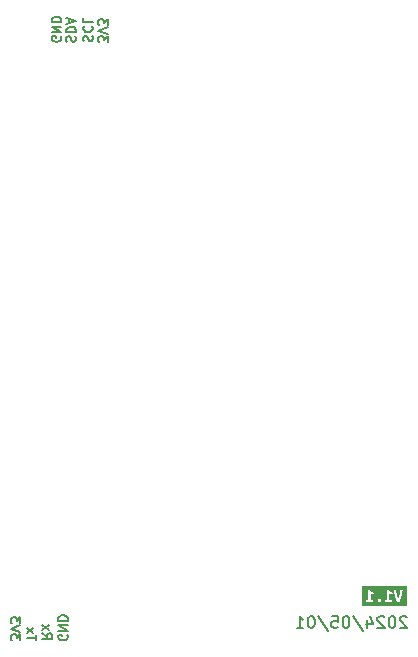
<source format=gbr>
%TF.GenerationSoftware,KiCad,Pcbnew,8.0.1*%
%TF.CreationDate,2024-05-01T14:41:19+05:45*%
%TF.ProjectId,STM32F4_Breakout_REV2,53544d33-3246-4345-9f42-7265616b6f75,rev?*%
%TF.SameCoordinates,Original*%
%TF.FileFunction,Legend,Bot*%
%TF.FilePolarity,Positive*%
%FSLAX46Y46*%
G04 Gerber Fmt 4.6, Leading zero omitted, Abs format (unit mm)*
G04 Created by KiCad (PCBNEW 8.0.1) date 2024-05-01 14:41:19*
%MOMM*%
%LPD*%
G01*
G04 APERTURE LIST*
%ADD10C,0.150000*%
%ADD11C,0.000000*%
G04 APERTURE END LIST*
D10*
X97018239Y-84486857D02*
X96970620Y-84439238D01*
X96970620Y-84439238D02*
X96875382Y-84391619D01*
X96875382Y-84391619D02*
X96637287Y-84391619D01*
X96637287Y-84391619D02*
X96542049Y-84439238D01*
X96542049Y-84439238D02*
X96494430Y-84486857D01*
X96494430Y-84486857D02*
X96446811Y-84582095D01*
X96446811Y-84582095D02*
X96446811Y-84677333D01*
X96446811Y-84677333D02*
X96494430Y-84820190D01*
X96494430Y-84820190D02*
X97065858Y-85391619D01*
X97065858Y-85391619D02*
X96446811Y-85391619D01*
X95827763Y-84391619D02*
X95732525Y-84391619D01*
X95732525Y-84391619D02*
X95637287Y-84439238D01*
X95637287Y-84439238D02*
X95589668Y-84486857D01*
X95589668Y-84486857D02*
X95542049Y-84582095D01*
X95542049Y-84582095D02*
X95494430Y-84772571D01*
X95494430Y-84772571D02*
X95494430Y-85010666D01*
X95494430Y-85010666D02*
X95542049Y-85201142D01*
X95542049Y-85201142D02*
X95589668Y-85296380D01*
X95589668Y-85296380D02*
X95637287Y-85344000D01*
X95637287Y-85344000D02*
X95732525Y-85391619D01*
X95732525Y-85391619D02*
X95827763Y-85391619D01*
X95827763Y-85391619D02*
X95923001Y-85344000D01*
X95923001Y-85344000D02*
X95970620Y-85296380D01*
X95970620Y-85296380D02*
X96018239Y-85201142D01*
X96018239Y-85201142D02*
X96065858Y-85010666D01*
X96065858Y-85010666D02*
X96065858Y-84772571D01*
X96065858Y-84772571D02*
X96018239Y-84582095D01*
X96018239Y-84582095D02*
X95970620Y-84486857D01*
X95970620Y-84486857D02*
X95923001Y-84439238D01*
X95923001Y-84439238D02*
X95827763Y-84391619D01*
X95113477Y-84486857D02*
X95065858Y-84439238D01*
X95065858Y-84439238D02*
X94970620Y-84391619D01*
X94970620Y-84391619D02*
X94732525Y-84391619D01*
X94732525Y-84391619D02*
X94637287Y-84439238D01*
X94637287Y-84439238D02*
X94589668Y-84486857D01*
X94589668Y-84486857D02*
X94542049Y-84582095D01*
X94542049Y-84582095D02*
X94542049Y-84677333D01*
X94542049Y-84677333D02*
X94589668Y-84820190D01*
X94589668Y-84820190D02*
X95161096Y-85391619D01*
X95161096Y-85391619D02*
X94542049Y-85391619D01*
X93684906Y-84724952D02*
X93684906Y-85391619D01*
X93923001Y-84344000D02*
X94161096Y-85058285D01*
X94161096Y-85058285D02*
X93542049Y-85058285D01*
X92446811Y-84344000D02*
X93303953Y-85629714D01*
X91923001Y-84391619D02*
X91827763Y-84391619D01*
X91827763Y-84391619D02*
X91732525Y-84439238D01*
X91732525Y-84439238D02*
X91684906Y-84486857D01*
X91684906Y-84486857D02*
X91637287Y-84582095D01*
X91637287Y-84582095D02*
X91589668Y-84772571D01*
X91589668Y-84772571D02*
X91589668Y-85010666D01*
X91589668Y-85010666D02*
X91637287Y-85201142D01*
X91637287Y-85201142D02*
X91684906Y-85296380D01*
X91684906Y-85296380D02*
X91732525Y-85344000D01*
X91732525Y-85344000D02*
X91827763Y-85391619D01*
X91827763Y-85391619D02*
X91923001Y-85391619D01*
X91923001Y-85391619D02*
X92018239Y-85344000D01*
X92018239Y-85344000D02*
X92065858Y-85296380D01*
X92065858Y-85296380D02*
X92113477Y-85201142D01*
X92113477Y-85201142D02*
X92161096Y-85010666D01*
X92161096Y-85010666D02*
X92161096Y-84772571D01*
X92161096Y-84772571D02*
X92113477Y-84582095D01*
X92113477Y-84582095D02*
X92065858Y-84486857D01*
X92065858Y-84486857D02*
X92018239Y-84439238D01*
X92018239Y-84439238D02*
X91923001Y-84391619D01*
X90684906Y-84391619D02*
X91161096Y-84391619D01*
X91161096Y-84391619D02*
X91208715Y-84867809D01*
X91208715Y-84867809D02*
X91161096Y-84820190D01*
X91161096Y-84820190D02*
X91065858Y-84772571D01*
X91065858Y-84772571D02*
X90827763Y-84772571D01*
X90827763Y-84772571D02*
X90732525Y-84820190D01*
X90732525Y-84820190D02*
X90684906Y-84867809D01*
X90684906Y-84867809D02*
X90637287Y-84963047D01*
X90637287Y-84963047D02*
X90637287Y-85201142D01*
X90637287Y-85201142D02*
X90684906Y-85296380D01*
X90684906Y-85296380D02*
X90732525Y-85344000D01*
X90732525Y-85344000D02*
X90827763Y-85391619D01*
X90827763Y-85391619D02*
X91065858Y-85391619D01*
X91065858Y-85391619D02*
X91161096Y-85344000D01*
X91161096Y-85344000D02*
X91208715Y-85296380D01*
X89494430Y-84344000D02*
X90351572Y-85629714D01*
X88970620Y-84391619D02*
X88875382Y-84391619D01*
X88875382Y-84391619D02*
X88780144Y-84439238D01*
X88780144Y-84439238D02*
X88732525Y-84486857D01*
X88732525Y-84486857D02*
X88684906Y-84582095D01*
X88684906Y-84582095D02*
X88637287Y-84772571D01*
X88637287Y-84772571D02*
X88637287Y-85010666D01*
X88637287Y-85010666D02*
X88684906Y-85201142D01*
X88684906Y-85201142D02*
X88732525Y-85296380D01*
X88732525Y-85296380D02*
X88780144Y-85344000D01*
X88780144Y-85344000D02*
X88875382Y-85391619D01*
X88875382Y-85391619D02*
X88970620Y-85391619D01*
X88970620Y-85391619D02*
X89065858Y-85344000D01*
X89065858Y-85344000D02*
X89113477Y-85296380D01*
X89113477Y-85296380D02*
X89161096Y-85201142D01*
X89161096Y-85201142D02*
X89208715Y-85010666D01*
X89208715Y-85010666D02*
X89208715Y-84772571D01*
X89208715Y-84772571D02*
X89161096Y-84582095D01*
X89161096Y-84582095D02*
X89113477Y-84486857D01*
X89113477Y-84486857D02*
X89065858Y-84439238D01*
X89065858Y-84439238D02*
X88970620Y-84391619D01*
X87684906Y-85391619D02*
X88256334Y-85391619D01*
X87970620Y-85391619D02*
X87970620Y-84391619D01*
X87970620Y-84391619D02*
X88065858Y-84534476D01*
X88065858Y-84534476D02*
X88161096Y-84629714D01*
X88161096Y-84629714D02*
X88256334Y-84677333D01*
X69663600Y-35715335D02*
X69625504Y-35601049D01*
X69625504Y-35601049D02*
X69625504Y-35410573D01*
X69625504Y-35410573D02*
X69663600Y-35334382D01*
X69663600Y-35334382D02*
X69701695Y-35296287D01*
X69701695Y-35296287D02*
X69777885Y-35258192D01*
X69777885Y-35258192D02*
X69854076Y-35258192D01*
X69854076Y-35258192D02*
X69930266Y-35296287D01*
X69930266Y-35296287D02*
X69968361Y-35334382D01*
X69968361Y-35334382D02*
X70006457Y-35410573D01*
X70006457Y-35410573D02*
X70044552Y-35562954D01*
X70044552Y-35562954D02*
X70082647Y-35639144D01*
X70082647Y-35639144D02*
X70120742Y-35677239D01*
X70120742Y-35677239D02*
X70196933Y-35715335D01*
X70196933Y-35715335D02*
X70273123Y-35715335D01*
X70273123Y-35715335D02*
X70349314Y-35677239D01*
X70349314Y-35677239D02*
X70387409Y-35639144D01*
X70387409Y-35639144D02*
X70425504Y-35562954D01*
X70425504Y-35562954D02*
X70425504Y-35372477D01*
X70425504Y-35372477D02*
X70387409Y-35258192D01*
X69701695Y-34458191D02*
X69663600Y-34496287D01*
X69663600Y-34496287D02*
X69625504Y-34610572D01*
X69625504Y-34610572D02*
X69625504Y-34686763D01*
X69625504Y-34686763D02*
X69663600Y-34801049D01*
X69663600Y-34801049D02*
X69739790Y-34877239D01*
X69739790Y-34877239D02*
X69815980Y-34915334D01*
X69815980Y-34915334D02*
X69968361Y-34953430D01*
X69968361Y-34953430D02*
X70082647Y-34953430D01*
X70082647Y-34953430D02*
X70235028Y-34915334D01*
X70235028Y-34915334D02*
X70311219Y-34877239D01*
X70311219Y-34877239D02*
X70387409Y-34801049D01*
X70387409Y-34801049D02*
X70425504Y-34686763D01*
X70425504Y-34686763D02*
X70425504Y-34610572D01*
X70425504Y-34610572D02*
X70387409Y-34496287D01*
X70387409Y-34496287D02*
X70349314Y-34458191D01*
X69625504Y-33734382D02*
X69625504Y-34115334D01*
X69625504Y-34115334D02*
X70425504Y-34115334D01*
X68241200Y-35766135D02*
X68203104Y-35651849D01*
X68203104Y-35651849D02*
X68203104Y-35461373D01*
X68203104Y-35461373D02*
X68241200Y-35385182D01*
X68241200Y-35385182D02*
X68279295Y-35347087D01*
X68279295Y-35347087D02*
X68355485Y-35308992D01*
X68355485Y-35308992D02*
X68431676Y-35308992D01*
X68431676Y-35308992D02*
X68507866Y-35347087D01*
X68507866Y-35347087D02*
X68545961Y-35385182D01*
X68545961Y-35385182D02*
X68584057Y-35461373D01*
X68584057Y-35461373D02*
X68622152Y-35613754D01*
X68622152Y-35613754D02*
X68660247Y-35689944D01*
X68660247Y-35689944D02*
X68698342Y-35728039D01*
X68698342Y-35728039D02*
X68774533Y-35766135D01*
X68774533Y-35766135D02*
X68850723Y-35766135D01*
X68850723Y-35766135D02*
X68926914Y-35728039D01*
X68926914Y-35728039D02*
X68965009Y-35689944D01*
X68965009Y-35689944D02*
X69003104Y-35613754D01*
X69003104Y-35613754D02*
X69003104Y-35423277D01*
X69003104Y-35423277D02*
X68965009Y-35308992D01*
X68203104Y-34966134D02*
X69003104Y-34966134D01*
X69003104Y-34966134D02*
X69003104Y-34775658D01*
X69003104Y-34775658D02*
X68965009Y-34661372D01*
X68965009Y-34661372D02*
X68888819Y-34585182D01*
X68888819Y-34585182D02*
X68812628Y-34547087D01*
X68812628Y-34547087D02*
X68660247Y-34508991D01*
X68660247Y-34508991D02*
X68545961Y-34508991D01*
X68545961Y-34508991D02*
X68393580Y-34547087D01*
X68393580Y-34547087D02*
X68317390Y-34585182D01*
X68317390Y-34585182D02*
X68241200Y-34661372D01*
X68241200Y-34661372D02*
X68203104Y-34775658D01*
X68203104Y-34775658D02*
X68203104Y-34966134D01*
X68431676Y-34204230D02*
X68431676Y-33823277D01*
X68203104Y-34280420D02*
X69003104Y-34013753D01*
X69003104Y-34013753D02*
X68203104Y-33747087D01*
X65645304Y-86447125D02*
X65645304Y-85989982D01*
X64845304Y-86218554D02*
X65645304Y-86218554D01*
X64845304Y-85799506D02*
X65378638Y-85380458D01*
X65378638Y-85799506D02*
X64845304Y-85380458D01*
X71695504Y-35804230D02*
X71695504Y-35308992D01*
X71695504Y-35308992D02*
X71390742Y-35575658D01*
X71390742Y-35575658D02*
X71390742Y-35461373D01*
X71390742Y-35461373D02*
X71352647Y-35385182D01*
X71352647Y-35385182D02*
X71314552Y-35347087D01*
X71314552Y-35347087D02*
X71238361Y-35308992D01*
X71238361Y-35308992D02*
X71047885Y-35308992D01*
X71047885Y-35308992D02*
X70971695Y-35347087D01*
X70971695Y-35347087D02*
X70933600Y-35385182D01*
X70933600Y-35385182D02*
X70895504Y-35461373D01*
X70895504Y-35461373D02*
X70895504Y-35689944D01*
X70895504Y-35689944D02*
X70933600Y-35766135D01*
X70933600Y-35766135D02*
X70971695Y-35804230D01*
X71695504Y-35080420D02*
X70895504Y-34813753D01*
X70895504Y-34813753D02*
X71695504Y-34547087D01*
X71695504Y-34356611D02*
X71695504Y-33861373D01*
X71695504Y-33861373D02*
X71390742Y-34128039D01*
X71390742Y-34128039D02*
X71390742Y-34013754D01*
X71390742Y-34013754D02*
X71352647Y-33937563D01*
X71352647Y-33937563D02*
X71314552Y-33899468D01*
X71314552Y-33899468D02*
X71238361Y-33861373D01*
X71238361Y-33861373D02*
X71047885Y-33861373D01*
X71047885Y-33861373D02*
X70971695Y-33899468D01*
X70971695Y-33899468D02*
X70933600Y-33937563D01*
X70933600Y-33937563D02*
X70895504Y-34013754D01*
X70895504Y-34013754D02*
X70895504Y-34242325D01*
X70895504Y-34242325D02*
X70933600Y-34318516D01*
X70933600Y-34318516D02*
X70971695Y-34356611D01*
X68274209Y-85989992D02*
X68312304Y-86066182D01*
X68312304Y-86066182D02*
X68312304Y-86180468D01*
X68312304Y-86180468D02*
X68274209Y-86294754D01*
X68274209Y-86294754D02*
X68198019Y-86370944D01*
X68198019Y-86370944D02*
X68121828Y-86409039D01*
X68121828Y-86409039D02*
X67969447Y-86447135D01*
X67969447Y-86447135D02*
X67855161Y-86447135D01*
X67855161Y-86447135D02*
X67702780Y-86409039D01*
X67702780Y-86409039D02*
X67626590Y-86370944D01*
X67626590Y-86370944D02*
X67550400Y-86294754D01*
X67550400Y-86294754D02*
X67512304Y-86180468D01*
X67512304Y-86180468D02*
X67512304Y-86104277D01*
X67512304Y-86104277D02*
X67550400Y-85989992D01*
X67550400Y-85989992D02*
X67588495Y-85951896D01*
X67588495Y-85951896D02*
X67855161Y-85951896D01*
X67855161Y-85951896D02*
X67855161Y-86104277D01*
X67512304Y-85609039D02*
X68312304Y-85609039D01*
X68312304Y-85609039D02*
X67512304Y-85151896D01*
X67512304Y-85151896D02*
X68312304Y-85151896D01*
X67512304Y-84770944D02*
X68312304Y-84770944D01*
X68312304Y-84770944D02*
X68312304Y-84580468D01*
X68312304Y-84580468D02*
X68274209Y-84466182D01*
X68274209Y-84466182D02*
X68198019Y-84389992D01*
X68198019Y-84389992D02*
X68121828Y-84351897D01*
X68121828Y-84351897D02*
X67969447Y-84313801D01*
X67969447Y-84313801D02*
X67855161Y-84313801D01*
X67855161Y-84313801D02*
X67702780Y-84351897D01*
X67702780Y-84351897D02*
X67626590Y-84389992D01*
X67626590Y-84389992D02*
X67550400Y-84466182D01*
X67550400Y-84466182D02*
X67512304Y-84580468D01*
X67512304Y-84580468D02*
X67512304Y-84770944D01*
X67745809Y-35308992D02*
X67783904Y-35385182D01*
X67783904Y-35385182D02*
X67783904Y-35499468D01*
X67783904Y-35499468D02*
X67745809Y-35613754D01*
X67745809Y-35613754D02*
X67669619Y-35689944D01*
X67669619Y-35689944D02*
X67593428Y-35728039D01*
X67593428Y-35728039D02*
X67441047Y-35766135D01*
X67441047Y-35766135D02*
X67326761Y-35766135D01*
X67326761Y-35766135D02*
X67174380Y-35728039D01*
X67174380Y-35728039D02*
X67098190Y-35689944D01*
X67098190Y-35689944D02*
X67022000Y-35613754D01*
X67022000Y-35613754D02*
X66983904Y-35499468D01*
X66983904Y-35499468D02*
X66983904Y-35423277D01*
X66983904Y-35423277D02*
X67022000Y-35308992D01*
X67022000Y-35308992D02*
X67060095Y-35270896D01*
X67060095Y-35270896D02*
X67326761Y-35270896D01*
X67326761Y-35270896D02*
X67326761Y-35423277D01*
X66983904Y-34928039D02*
X67783904Y-34928039D01*
X67783904Y-34928039D02*
X66983904Y-34470896D01*
X66983904Y-34470896D02*
X67783904Y-34470896D01*
X66983904Y-34089944D02*
X67783904Y-34089944D01*
X67783904Y-34089944D02*
X67783904Y-33899468D01*
X67783904Y-33899468D02*
X67745809Y-33785182D01*
X67745809Y-33785182D02*
X67669619Y-33708992D01*
X67669619Y-33708992D02*
X67593428Y-33670897D01*
X67593428Y-33670897D02*
X67441047Y-33632801D01*
X67441047Y-33632801D02*
X67326761Y-33632801D01*
X67326761Y-33632801D02*
X67174380Y-33670897D01*
X67174380Y-33670897D02*
X67098190Y-33708992D01*
X67098190Y-33708992D02*
X67022000Y-33785182D01*
X67022000Y-33785182D02*
X66983904Y-33899468D01*
X66983904Y-33899468D02*
X66983904Y-34089944D01*
X64299104Y-86434430D02*
X64299104Y-85939192D01*
X64299104Y-85939192D02*
X63994342Y-86205858D01*
X63994342Y-86205858D02*
X63994342Y-86091573D01*
X63994342Y-86091573D02*
X63956247Y-86015382D01*
X63956247Y-86015382D02*
X63918152Y-85977287D01*
X63918152Y-85977287D02*
X63841961Y-85939192D01*
X63841961Y-85939192D02*
X63651485Y-85939192D01*
X63651485Y-85939192D02*
X63575295Y-85977287D01*
X63575295Y-85977287D02*
X63537200Y-86015382D01*
X63537200Y-86015382D02*
X63499104Y-86091573D01*
X63499104Y-86091573D02*
X63499104Y-86320144D01*
X63499104Y-86320144D02*
X63537200Y-86396335D01*
X63537200Y-86396335D02*
X63575295Y-86434430D01*
X64299104Y-85710620D02*
X63499104Y-85443953D01*
X63499104Y-85443953D02*
X64299104Y-85177287D01*
X64299104Y-84986811D02*
X64299104Y-84491573D01*
X64299104Y-84491573D02*
X63994342Y-84758239D01*
X63994342Y-84758239D02*
X63994342Y-84643954D01*
X63994342Y-84643954D02*
X63956247Y-84567763D01*
X63956247Y-84567763D02*
X63918152Y-84529668D01*
X63918152Y-84529668D02*
X63841961Y-84491573D01*
X63841961Y-84491573D02*
X63651485Y-84491573D01*
X63651485Y-84491573D02*
X63575295Y-84529668D01*
X63575295Y-84529668D02*
X63537200Y-84567763D01*
X63537200Y-84567763D02*
X63499104Y-84643954D01*
X63499104Y-84643954D02*
X63499104Y-84872525D01*
X63499104Y-84872525D02*
X63537200Y-84948716D01*
X63537200Y-84948716D02*
X63575295Y-84986811D01*
X66166104Y-85850296D02*
X66547057Y-86116963D01*
X66166104Y-86307439D02*
X66966104Y-86307439D01*
X66966104Y-86307439D02*
X66966104Y-86002677D01*
X66966104Y-86002677D02*
X66928009Y-85926487D01*
X66928009Y-85926487D02*
X66889914Y-85888392D01*
X66889914Y-85888392D02*
X66813723Y-85850296D01*
X66813723Y-85850296D02*
X66699438Y-85850296D01*
X66699438Y-85850296D02*
X66623247Y-85888392D01*
X66623247Y-85888392D02*
X66585152Y-85926487D01*
X66585152Y-85926487D02*
X66547057Y-86002677D01*
X66547057Y-86002677D02*
X66547057Y-86307439D01*
X66166104Y-85583630D02*
X66699438Y-85164582D01*
X66699438Y-85583630D02*
X66166104Y-85164582D01*
D11*
%TO.C,kibuzzard-6631F910*%
G36*
X96998367Y-83533192D02*
G01*
X96667638Y-83533192D01*
X96393000Y-83533192D01*
X95165863Y-83533192D01*
X94702312Y-83533192D01*
X93578362Y-83533192D01*
X93247633Y-83533192D01*
X93247633Y-83185000D01*
X93578362Y-83185000D01*
X94175263Y-83185000D01*
X94175263Y-83059588D01*
X94561025Y-83059588D01*
X94603887Y-83165950D01*
X94702312Y-83202463D01*
X94756288Y-83192938D01*
X94769215Y-83185000D01*
X95165863Y-83185000D01*
X95762763Y-83185000D01*
X95762763Y-83023075D01*
X95556388Y-83023075D01*
X95556388Y-82473800D01*
X95657988Y-82530156D01*
X95754825Y-82569050D01*
X95818325Y-82407125D01*
X95735775Y-82370613D01*
X95646875Y-82321400D01*
X95562738Y-82264250D01*
X95494475Y-82202338D01*
X95913575Y-82202338D01*
X95934808Y-82303144D01*
X95960406Y-82415063D01*
X95990172Y-82535514D01*
X96023906Y-82661919D01*
X96048513Y-82748702D01*
X96074706Y-82836544D01*
X96102488Y-82925444D01*
X96131415Y-83013903D01*
X96161049Y-83100422D01*
X96191388Y-83185000D01*
X96393000Y-83185000D01*
X96432291Y-83068319D01*
X96473963Y-82937350D01*
X96502008Y-82845363D01*
X96528996Y-82753553D01*
X96554925Y-82661919D01*
X96579443Y-82572049D01*
X96602197Y-82485530D01*
X96623188Y-82402363D01*
X96649381Y-82291238D01*
X96667638Y-82202338D01*
X96461263Y-82202338D01*
X96449356Y-82284689D01*
X96432688Y-82379344D01*
X96412645Y-82481738D01*
X96390619Y-82587306D01*
X96366806Y-82693669D01*
X96341406Y-82798444D01*
X96315411Y-82897067D01*
X96289813Y-82984975D01*
X96264413Y-82898258D01*
X96239013Y-82800031D01*
X96214406Y-82695256D01*
X96191388Y-82588894D01*
X96169956Y-82483127D01*
X96150113Y-82380138D01*
X96132650Y-82284888D01*
X96118363Y-82202338D01*
X95913575Y-82202338D01*
X95494475Y-82202338D01*
X95361125Y-82202338D01*
X95361125Y-83023075D01*
X95165863Y-83023075D01*
X95165863Y-83185000D01*
X94769215Y-83185000D01*
X94801531Y-83165156D01*
X94833281Y-83120706D01*
X94845188Y-83059588D01*
X94833281Y-83000056D01*
X94801531Y-82956400D01*
X94756288Y-82929413D01*
X94702312Y-82919888D01*
X94603887Y-82956400D01*
X94561025Y-83059588D01*
X94175263Y-83059588D01*
X94175263Y-83023075D01*
X93968887Y-83023075D01*
X93968887Y-82473800D01*
X94070487Y-82530156D01*
X94167325Y-82569050D01*
X94230825Y-82407125D01*
X94148275Y-82370613D01*
X94059375Y-82321400D01*
X93975238Y-82264250D01*
X93906975Y-82202338D01*
X93773625Y-82202338D01*
X93773625Y-83023075D01*
X93578362Y-83023075D01*
X93578362Y-83185000D01*
X93247633Y-83185000D01*
X93247633Y-81871608D01*
X93578362Y-81871608D01*
X96667638Y-81871608D01*
X96998367Y-81871608D01*
X96998367Y-83533192D01*
G37*
%TD*%
M02*

</source>
